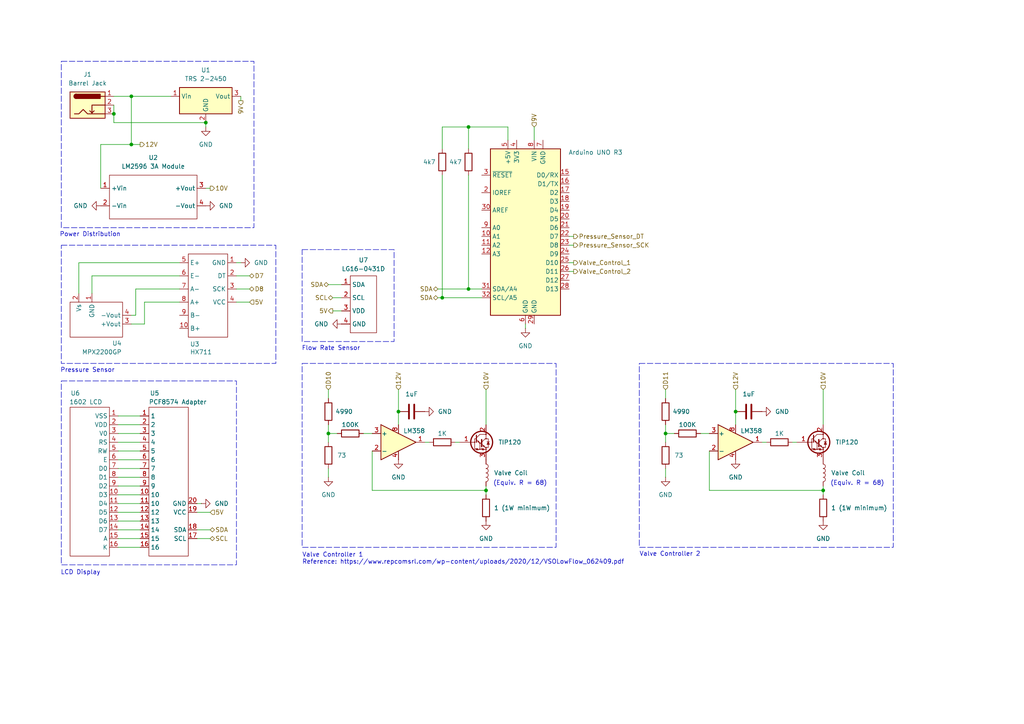
<source format=kicad_sch>
(kicad_sch (version 20250114) (generator "eeschema") (generator_version "9.0")
  (paper "A4")
  (title_block (title "Circuit Layout") (date "2025-12-29") (rev "1") (company "Microfluidic Pump"))
  (lib_symbols
    (symbol "Amplifier_Operational:LM358" (pin_names (offset 0.127))
      (property "Value" "LM358" (at 7.112 4.572 0))
      (symbol "LM358_1_1"
        (polyline (pts (xy -5.08 5.08) (xy 5.08 0) (xy -5.08 -5.08) (xy -5.08 5.08)) (stroke (width 0.254)) (fill (type background)))
        (pin input line (at -7.62 2.54 0) (length 2.54) (name "+") (number "3"))
        (pin input line (at -7.62 -2.54 0) (length 2.54) (name "-") (number "2"))
        (pin output line (at 0 5.08 270) (length 2.54) (name "") (number "8"))
        (pin output line (at 0 -5.08 90) (length 2.54) (name "") (number "4"))
        (pin output line (at 7.62 0 180) (length 2.54) (name "~") (number "1"))
      )
      (symbol "LM358_2_1"
        (polyline (pts (xy -5.08 5.08) (xy 5.08 0) (xy -5.08 -5.08) (xy -5.08 5.08)) (stroke (width 0.254)) (fill (type background)))
        (pin input line (at -7.62 2.54 0) (length 2.54) (name "+") (number "5"))
        (pin input line (at -7.62 -2.54 0) (length 2.54) (name "-") (number "6"))
        (pin output line (at 7.62 0 180) (length 2.54) (name "~") (number "7"))
      )
      (symbol "LM358_3_1"
        (pin power_in line (at -2.54 7.62 270) (length 3.81) (name "V+") (number "8"))
        (pin power_in line (at -2.54 -7.62 90) (length 3.81) (name "V-") (number "4"))
      )
    )
    (symbol "Analog_ADC:HX711_custom"
      (property "Reference" "U" (at 3.81 11.176 0))
      (symbol "HX711_custom_0_1"
        (rectangle (start -12.7 7.6199) (end 11.43 -3.8099))
      )
      (symbol "HX711_custom_1_1"
        (pin input line (at -10.16 10.16 270) (length 2.54) (name "GND") (number "1"))
        (pin input line (at -10.16 -6.35 90) (length 2.54) (name "E+") (number "5"))
        (pin bidirectional line (at -6.35 10.16 270) (length 2.54) (name "DT") (number "2"))
        (pin input line (at -6.35 -6.35 90) (length 2.54) (name "E-") (number "6"))
        (pin bidirectional line (at -2.54 10.16 270) (length 2.54) (name "SCK") (number "3"))
        (pin input line (at -2.54 -6.35 90) (length 2.54) (name "A-") (number "7"))
        (pin bidirectional line (at 1.27 10.16 270) (length 2.54) (name "VCC") (number "4"))
        (pin input line (at 1.27 -6.35 90) (length 2.54) (name "A+") (number "8"))
        (pin input line (at 5.08 -6.35 90) (length 2.54) (name "B-") (number "9"))
        (pin input line (at 8.89 -6.35 90) (length 2.54) (name "B+") (number "10"))
      )
    )
    (symbol "Connector:Barrel_Jack_Switch_Pin3Ring" (pin_names (hide yes))
      (property "Reference" "J" (at 0 5.334 0))
      (property "Value" "Barrel_Jack_Switch_Pin3Ring" (at 0 -5.08 0))
      (symbol "Barrel_Jack_Switch_Pin3Ring_0_1"
        (rectangle (start -5.08 3.81) (end 5.08 -3.81) (stroke (width 0.254)) (fill (type background)))
        (polyline (pts (xy -3.81 -2.54) (xy -2.54 -2.54) (xy -1.27 -1.27) (xy 0 -2.54) (xy 2.54 -2.54) (xy 5.08 -2.54)) (stroke (width 0.254)))
        (arc (start -3.302 1.905) (mid -3.9343 2.54) (end -3.302 3.175) (stroke (width 0.254)))
        (arc (start -3.302 1.905) (mid -3.9343 2.54) (end -3.302 3.175) (stroke (width 0.254)) (fill (type outline)))
        (polyline (pts (xy 1.27 -2.286) (xy 1.905 -1.651)) (stroke (width 0.254)))
        (rectangle (start 3.683 3.175) (end -3.302 1.905) (stroke (width 0.254)) (fill (type outline)))
        (polyline (pts (xy 5.08 2.54) (xy 3.81 2.54)) (stroke (width 0.254)))
        (polyline (pts (xy 5.08 0) (xy 1.27 0) (xy 1.27 -2.286) (xy 0.635 -1.651)) (stroke (width 0.254)))
      )
      (symbol "Barrel_Jack_Switch_Pin3Ring_1_1"
        (pin passive line (at 7.62 2.54 180) (length 2.54) (name "~") (number "1"))
        (pin passive line (at 7.62 0 180) (length 2.54) (name "~") (number "2"))
        (pin passive line (at 7.62 -2.54 180) (length 2.54) (name "~") (number "3"))
      )
    )
    (symbol "Converter_DCDC:LM2596_module"
      (property "Reference" "U" (at 1.524 3.81 0))
      (symbol "LM2596_module_0_1"
        (rectangle (start 0 0) (end 25.4 -12.7))
      )
      (symbol "LM2596_module_1_1"
        (pin input line (at -2.54 -3.81 0) (length 2.54) (name "+Vin") (number "1"))
        (pin input line (at -2.54 -8.89 0) (length 2.54) (name "-Vin") (number "2"))
        (pin output line (at 27.94 -3.81 180) (length 2.54) (name "+Vout") (number "3"))
        (pin output line (at 27.94 -8.89 180) (length 2.54) (name "-Vout") (number "4"))
      )
    )
    (symbol "Device:C" (pin_numbers (hide yes)) (pin_names (offset 0.254))
      (property "Reference" "C" (at 0.635 2.54 0))
      (property "Value" "C" (at 0.635 -2.54 0))
      (symbol "C_0_1"
        (polyline (pts (xy -2.032 0.762) (xy 2.032 0.762)) (stroke (width 0.508)))
        (polyline (pts (xy -2.032 -0.762) (xy 2.032 -0.762)) (stroke (width 0.508)))
      )
      (symbol "C_1_1"
        (pin passive line (at 0 3.81 270) (length 2.794) (name "~") (number "1"))
        (pin passive line (at 0 -3.81 90) (length 2.794) (name "~") (number "2"))
      )
    )
    (symbol "Device:L" (pin_numbers (hide yes)) (pin_names (offset 1.016) (hide yes))
      (property "Reference" "L" (at -1.27 0 90))
      (property "Value" "L" (at 1.905 0 90))
      (symbol "L_0_1"
        (arc (start 0 2.54) (mid 0.6323 1.905) (end 0 1.27))
        (arc (start 0 1.27) (mid 0.6323 0.635) (end 0 0))
        (arc (start 0 0) (mid 0.6323 -0.635) (end 0 -1.27))
        (arc (start 0 -1.27) (mid 0.6323 -1.905) (end 0 -2.54))
      )
      (symbol "L_1_1"
        (pin passive line (at 0 3.81 270) (length 1.27) (name "1") (number "1"))
        (pin passive line (at 0 -3.81 90) (length 1.27) (name "2") (number "2"))
      )
    )
    (symbol "Device:R" (pin_numbers (hide yes)) (pin_names (offset 0))
      (property "Reference" "R" (at 2.032 0 90))
      (property "Value" "R" (at 0 0 90))
      (symbol "R_0_1"
        (rectangle (start -1.016 -2.54) (end 1.016 2.54) (stroke (width 0.254)))
      )
      (symbol "R_1_1"
        (pin passive line (at 0 3.81 270) (length 1.27) (name "~") (number "1"))
        (pin passive line (at 0 -3.81 90) (length 1.27) (name "~") (number "2"))
      )
    )
    (symbol "Interface:1602_LCD_Custom"
      (property "Reference" "U4" (at 1.778 5.334 0))
      (property "Value" "~" (at 1.778 2.794 0))
      (symbol "1602_LCD_Custom_0_1"
        (rectangle (start 0 0) (end 11.43 -43.18))
      )
      (symbol "1602_LCD_Custom_1_1"
        (pin output line (at 13.97 -2.54 180) (length 2.54) (name "VSS") (number "1"))
        (pin output line (at 13.97 -5.08 180) (length 2.54) (name "VDD") (number "2"))
        (pin output line (at 13.97 -7.62 180) (length 2.54) (name "V0") (number "3"))
        (pin output line (at 13.97 -10.16 180) (length 2.54) (name "RS") (number "4"))
        (pin output line (at 13.97 -12.7 180) (length 2.54) (name "RW") (number "5"))
        (pin output line (at 13.97 -15.24 180) (length 2.54) (name "E") (number "6"))
        (pin output line (at 13.97 -17.78 180) (length 2.54) (name "D0") (number "7"))
        (pin output line (at 13.97 -20.32 180) (length 2.54) (name "D1") (number "8"))
        (pin output line (at 13.97 -22.86 180) (length 2.54) (name "D2") (number "9"))
        (pin output line (at 13.97 -25.4 180) (length 2.54) (name "D3") (number "10"))
        (pin output line (at 13.97 -27.94 180) (length 2.54) (name "D4") (number "11"))
        (pin output line (at 13.97 -30.48 180) (length 2.54) (name "D5") (number "12"))
        (pin output line (at 13.97 -33.02 180) (length 2.54) (name "D6") (number "13"))
        (pin output line (at 13.97 -35.56 180) (length 2.54) (name "D7") (number "14"))
        (pin output line (at 13.97 -38.1 180) (length 2.54) (name "A") (number "15"))
        (pin output line (at 13.97 -40.64 180) (length 2.54) (name "K") (number "16"))
      )
    )
    (symbol "Interface:PCF8574_Adapter"
      (property "Reference" "U3" (at 0.254 5.08 0))
      (property "Value" "PCF8574 Adapter" (at 0.508 2.794 0))
      (symbol "PCF8574_Adapter_0_1"
        (rectangle (start 0 0) (end 11.43 -43.18))
      )
      (symbol "PCF8574_Adapter_1_1"
        (pin bidirectional line (at -2.54 -5.08 0) (length 2.54) (name "SCL") (number "17"))
        (pin bidirectional line (at -2.54 -7.62 0) (length 2.54) (name "SDA") (number "18"))
        (pin bidirectional line (at -2.54 -12.7 0) (length 2.54) (name "VCC") (number "19"))
        (pin output line (at -2.54 -15.24 0) (length 2.54) (name "GND") (number "20"))
        (pin output line (at 13.97 -2.54 180) (length 2.54) (name "16") (number "16"))
        (pin output line (at 13.97 -5.08 180) (length 2.54) (name "15") (number "15"))
        (pin output line (at 13.97 -7.62 180) (length 2.54) (name "14") (number "14"))
        (pin output line (at 13.97 -10.16 180) (length 2.54) (name "13") (number "13"))
        (pin output line (at 13.97 -12.7 180) (length 2.54) (name "12") (number "12"))
        (pin output line (at 13.97 -15.24 180) (length 2.54) (name "10") (number "11"))
        (pin output line (at 13.97 -17.78 180) (length 2.54) (name "10") (number "10"))
        (pin output line (at 13.97 -20.32 180) (length 2.54) (name "9") (number "9"))
        (pin output line (at 13.97 -22.86 180) (length 2.54) (name "8") (number "8"))
        (pin output line (at 13.97 -25.4 180) (length 2.54) (name "7") (number "7"))
        (pin output line (at 13.97 -27.94 180) (length 2.54) (name "6") (number "6"))
        (pin output line (at 13.97 -30.48 180) (length 2.54) (name "5") (number "5"))
        (pin output line (at 13.97 -33.02 180) (length 2.54) (name "4") (number "4"))
        (pin output line (at 13.97 -35.56 180) (length 2.54) (name "3") (number "3"))
        (pin output line (at 13.97 -38.1 180) (length 2.54) (name "2") (number "2"))
        (pin output line (at 13.97 -40.64 180) (length 2.54) (name "1") (number "1"))
      )
    )
    (symbol "MCU_Module:Arduino_UNO_R3"
      (property "Reference" "A" (at -10.16 23.495 0))
      (property "Value" "Arduino_UNO_R3" (at 5.08 -26.67 0))
      (symbol "Arduino_UNO_R3_0_1"
        (rectangle (start -10.16 22.86) (end 10.16 -25.4) (stroke (width 0.254)) (fill (type background)))
      )
      (symbol "Arduino_UNO_R3_1_1"
        (pin bidirectional line (at -12.7 15.24 0) (length 2.54) (name "D0/RX") (number "15"))
        (pin bidirectional line (at -12.7 12.7 0) (length 2.54) (name "D1/TX") (number "16"))
        (pin bidirectional line (at -12.7 10.16 0) (length 2.54) (name "D2") (number "17"))
        (pin bidirectional line (at -12.7 7.62 0) (length 2.54) (name "D3") (number "18"))
        (pin bidirectional line (at -12.7 5.08 0) (length 2.54) (name "D4") (number "19"))
        (pin bidirectional line (at -12.7 2.54 0) (length 2.54) (name "D5") (number "20"))
        (pin bidirectional line (at -12.7 0 0) (length 2.54) (name "D6") (number "21"))
        (pin bidirectional line (at -12.7 -2.54 0) (length 2.54) (name "D7") (number "22"))
        (pin bidirectional line (at -12.7 -5.08 0) (length 2.54) (name "D8") (number "23"))
        (pin bidirectional line (at -12.7 -7.62 0) (length 2.54) (name "D9") (number "24"))
        (pin bidirectional line (at -12.7 -10.16 0) (length 2.54) (name "D10") (number "25"))
        (pin bidirectional line (at -12.7 -12.7 0) (length 2.54) (name "D11") (number "26"))
        (pin bidirectional line (at -12.7 -15.24 0) (length 2.54) (name "D12") (number "27"))
        (pin bidirectional line (at -12.7 -17.78 0) (length 2.54) (name "D13") (number "28"))
        (pin no_connect line (at -10.16 -20.32 0) (length 2.54) (hide yes) (name "NC") (number "1"))
        (pin power_in line (at -5.08 25.4 270) (length 2.54) (name "GND") (number "7"))
        (pin power_in line (at -2.54 25.4 270) (length 2.54) (name "VIN") (number "8"))
        (pin power_in line (at -2.54 -27.94 90) (length 2.54) (name "GND") (number "29"))
        (pin power_in line (at 0 -27.94 90) (length 2.54) (name "GND") (number "6"))
        (pin power_out line (at 2.54 25.4 270) (length 2.54) (name "3V3") (number "4"))
        (pin power_out line (at 5.08 25.4 270) (length 2.54) (name "+5V") (number "5"))
        (pin input line (at 12.7 15.24 180) (length 2.54) (name "~{RESET}") (number "3"))
        (pin output line (at 12.7 10.16 180) (length 2.54) (name "IOREF") (number "2"))
        (pin input line (at 12.7 5.08 180) (length 2.54) (name "AREF") (number "30"))
        (pin bidirectional line (at 12.7 0 180) (length 2.54) (name "A0") (number "9"))
        (pin bidirectional line (at 12.7 -2.54 180) (length 2.54) (name "A1") (number "10"))
        (pin bidirectional line (at 12.7 -5.08 180) (length 2.54) (name "A2") (number "11"))
        (pin bidirectional line (at 12.7 -7.62 180) (length 2.54) (name "A3") (number "12"))
        (pin bidirectional line (at 12.7 -10.16 180) (length 2.54) (hide yes) (name "SDA/A4") (number "13"))
        (pin bidirectional line (at 12.7 -12.7 180) (length 2.54) (hide yes) (name "SCL/A5") (number "14"))
        (pin bidirectional line (at 12.7 -17.78 180) (length 2.54) (name "SDA/A4") (number "31"))
        (pin bidirectional line (at 12.7 -20.32 180) (length 2.54) (name "SCL/A5") (number "32"))
      )
    )
    (symbol "NXP2200GP_1"
      (property "Reference" "U5" (at 9.906 -6.858 0))
      (property "Value" "MPX2200GP" (at 9.906 -9.398 0))
      (symbol "NXP2200GP_1_0_1"
        (rectangle (start -5.08 5.08) (end 10.16 -5.08))
      )
      (symbol "NXP2200GP_1_1_1"
        (pin input line (at -2.54 7.62 270) (length 2.54) (name "Vs") (number "2"))
        (pin input line (at 1.27 7.62 270) (length 2.54) (name "GND") (number "1"))
        (pin output line (at 12.7 1.27 180) (length 2.54) (name "-Vout") (number "4"))
        (pin output line (at 12.7 -1.27 180) (length 2.54) (name "+Vout") (number "3"))
      )
    )
    (symbol "Regulator_Switching:TSR2-2450"
      (property "Reference" "U" (at -7.62 6.35 0))
      (property "Value" "TSR2-2450" (at 2.032 6.35 0))
      (symbol "TSR2-2450_0_1"
        (rectangle (start -7.62 5.08) (end 7.62 -2.54) (stroke (width 0.254)) (fill (type background)))
      )
      (symbol "TSR2-2450_1_1"
        (pin power_in line (at -10.16 2.54 0) (length 2.54) (name "Vin") (number "1"))
        (pin power_in line (at 0 -5.08 90) (length 2.54) (name "GND") (number "2"))
        (pin power_out line (at 10.16 2.54 180) (length 2.54) (name "Vout") (number "3"))
      )
    )
    (symbol "Sensor:LG16-0431D"
      (property "Reference" "U" (at 1.27 2.54 0))
      (symbol "LG16-0431D_0_1"
        (rectangle (start 0 0) (end 7.62 -16.51))
      )
      (symbol "LG16-0431D_1_1"
        (pin bidirectional line (at 10.16 -2.54 180) (length 2.54) (name "SDA") (number "1"))
        (pin bidirectional line (at 10.16 -6.35 180) (length 2.54) (name "SCL") (number "2"))
        (pin input line (at 10.16 -10.16 180) (length 2.54) (name "VDD") (number "3"))
        (pin input line (at 10.16 -13.97 180) (length 2.54) (name "GND") (number "4"))
      )
    )
    (symbol "Transistor_BJT:TIP120" (pin_names (offset 0) (hide yes))
      (property "Reference" "Q" (at 5.08 1.905 0))
      (property "Value" "TIP120" (at 5.08 0 0))
      (symbol "TIP120_0_1"
        (polyline (pts (xy -1.27 0) (xy -0.889 0)))
        (circle (center -0.762 0) (radius 0.127))
        (polyline (pts (xy -0.254 2.032) (xy -0.254 0) (xy -0.254 0)) (stroke (width 0.3048)))
        (polyline (pts (xy -0.254 1.27) (xy 0.762 2.286) (xy 2.54 2.286)))
        (polyline (pts (xy -0.254 1.016) (xy -0.762 1.016) (xy -0.762 -2.032)))
        (polyline (pts (xy -0.254 0.762) (xy 0.762 -0.254) (xy 1.27 -0.254)))
        (polyline (pts (xy 0.635 -0.127) (xy 0.381 0.381) (xy 0.127 0.127) (xy 0.635 -0.127)))
        (polyline (pts (xy 0.762 -0.254) (xy 0.762 -2.032) (xy 1.143 -2.032) (xy 1.27 -1.778) (xy 1.397 -2.286) (xy 1.524 -1.778) (xy 1.651 -2.286) (xy 1.778 -1.778) (xy 1.905 -2.286) (xy 2.032 -2.032) (xy 2.54 -2.032)))
        (circle (center 0.762 -0.254) (radius 0.127))
        (polyline (pts (xy 0.762 -2.032) (xy 0.381 -2.032) (xy 0.254 -2.286) (xy 0.127 -1.778) (xy 0 -2.286) (xy -0.127 -1.778) (xy -0.254 -2.286) (xy -0.381 -1.778) (xy -0.508 -2.032) (xy -0.762 -2.032)))
        (circle (center 0.762 -2.032) (radius 0.127))
        (polyline (pts (xy 1.27 0.762) (xy 1.27 -1.27) (xy 1.27 -1.27)) (stroke (width 0.381)))
        (polyline (pts (xy 1.27 0) (xy 2.286 1.016) (xy 2.54 1.016) (xy 2.54 2.286)))
        (circle (center 1.27 0) (radius 3.175) (stroke (width 0.3556)))
        (polyline (pts (xy 1.27 -0.508) (xy 2.286 -1.524) (xy 2.54 -1.524) (xy 2.54 -2.032)))
        (polyline (pts (xy 2.159 -1.397) (xy 1.905 -0.889) (xy 1.651 -1.143) (xy 2.159 -1.397)))
        (circle (center 2.54 2.286) (radius 0.127))
        (circle (center 2.54 1.016) (radius 0.127))
        (polyline (pts (xy 2.54 -1.524) (xy 3.175 -1.524)))
        (circle (center 2.54 -1.524) (radius 0.127))
        (polyline (pts (xy 2.54 -2.032) (xy 2.54 -2.54)))
        (circle (center 2.54 -2.032) (radius 0.127))
        (polyline (pts (xy 2.794 0.127) (xy 3.556 0.127)))
        (polyline (pts (xy 3.175 1.016) (xy 2.54 1.016)))
        (polyline (pts (xy 3.175 1.016) (xy 3.175 0.127)))
        (polyline (pts (xy 3.175 0.127) (xy 2.794 -0.635) (xy 3.556 -0.635) (xy 3.175 0.127)) (fill (type outline)))
        (polyline (pts (xy 3.175 -0.635) (xy 3.175 -1.524)))
      )
      (symbol "TIP120_1_1"
        (pin input line (at -5.08 0 0) (length 3.81) (name "B") (number "1"))
        (pin passive line (at 2.54 5.08 270) (length 2.667) (name "C") (number "2"))
        (pin passive line (at 2.54 -5.08 90) (length 2.54) (name "E") (number "3"))
      )
    )
    (symbol "power:GND" (power) (pin_numbers (hide yes)) (pin_names (offset 0) (hide yes))
      (property "Value" "GND" (at 0 -3.81 0))
      (symbol "GND_0_1"
        (polyline (pts (xy 0 0) (xy 0 -1.27) (xy 1.27 -1.27) (xy 0 -2.54) (xy -1.27 -1.27) (xy 0 -1.27)))
      )
      (symbol "GND_1_1"
        (pin power_in line (at 0 0 270) (length 0) (name "~") (number "1"))
      )
    )
  )
  (rectangle (start 17.78 110.49) (end 68.58 163.83) (stroke (width 0) (type dash)))
  (rectangle (start 17.78 71.12) (end 80.01 105.41) (stroke (width 0) (type dash)))
  (rectangle (start 185.42 105.41) (end 259.08 158.75) (stroke (width 0) (type dash)))
  (rectangle (start 17.78 17.78) (end 73.66 66.04) (stroke (width 0) (type dash)))
  (rectangle (start 87.63 105.41) (end 161.29 158.75) (stroke (width 0) (type dash)))
  (rectangle (start 87.63 72.39) (end 114.3 99.06) (stroke (width 0) (type dash)))
  (text "Valve Controller 1\nReference: https://www.repcomsrl.com/wp-content/uploads/2020/12/VSOLowFlow_062409.pdf" (at 87.63 162.052 0) (effects (font (size 1.27 1.27)) (justify left)))
  (text "Valve Controller 2" (at 194.31 160.782 0) (effects (font (size 1.27 1.27))))
  (text "Flow Rate Sensor" (at 96.012 101.092 0) (effects (font (size 1.27 1.27))))
  (text "Power Distribution" (at 26.162 68.072 0) (effects (font (size 1.27 1.27))))
  (text "LCD Display" (at 23.368 166.116 0) (effects (font (size 1.27 1.27))))
  (text "(Equiv. R = 68)" (at 150.876 140.208 0) (effects (font (size 1.27 1.27))))
  (text "Pressure Sensor" (at 25.4 107.442 0) (effects (font (size 1.27 1.27))))
  (text "(Equiv. R = 68)" (at 248.666 140.208 0) (effects (font (size 1.27 1.27))))
  (junction (at 38.1 27.94))
  (junction (at 33.02 33.02))
  (junction (at 193.04 125.73))
  (junction (at 95.25 125.73))
  (junction (at 38.1 41.91))
  (junction (at 115.57 119.38))
  (junction (at 135.89 36.83))
  (junction (at 238.76 142.24))
  (junction (at 213.36 119.38))
  (junction (at 135.89 83.82))
  (junction (at 128.27 86.36))
  (junction (at 140.97 142.24))
  (junction (at 59.69 35.56))
  (wire (pts (xy 128.27 36.83) (xy 135.89 36.83)))
  (wire (pts (xy 29.21 41.91) (xy 29.21 54.61)))
  (wire (pts (xy 95.25 135.89) (xy 95.25 138.43)))
  (wire (pts (xy 95.25 82.55) (xy 99.06 82.55)))
  (wire (pts (xy 135.89 36.83) (xy 135.89 43.18)))
  (wire (pts (xy 26.67 80.01) (xy 26.67 85.09)))
  (wire (pts (xy 203.2 125.73) (xy 205.74 125.73)))
  (wire (pts (xy 39.37 83.82) (xy 52.07 83.82)))
  (wire (pts (xy 34.29 158.75) (xy 40.64 158.75)))
  (wire (pts (xy 96.52 86.36) (xy 99.06 86.36)))
  (wire (pts (xy 107.95 130.81) (xy 107.95 142.24)))
  (wire (pts (xy 34.29 133.35) (xy 40.64 133.35)))
  (wire (pts (xy 97.79 125.73) (xy 95.25 125.73)))
  (wire (pts (xy 59.69 36.83) (xy 59.69 35.56)))
  (wire (pts (xy 195.58 125.73) (xy 193.04 125.73)))
  (wire (pts (xy 39.37 91.44) (xy 38.1 91.44)))
  (wire (pts (xy 34.29 128.27) (xy 40.64 128.27)))
  (wire (pts (xy 34.29 123.19) (xy 40.64 123.19)))
  (wire (pts (xy 193.04 113.03) (xy 193.04 115.57)))
  (wire (pts (xy 59.69 54.61) (xy 60.96 54.61)))
  (wire (pts (xy 140.97 143.51) (xy 140.97 142.24)))
  (wire (pts (xy 38.1 27.94) (xy 38.1 41.91)))
  (wire (pts (xy 33.02 33.02) (xy 33.02 35.56)))
  (wire (pts (xy 205.74 130.81) (xy 205.74 142.24)))
  (wire (pts (xy 124.46 128.27) (xy 123.19 128.27)))
  (wire (pts (xy 135.89 83.82) (xy 139.7 83.82)))
  (wire (pts (xy 152.4 95.25) (xy 152.4 93.98)))
  (wire (pts (xy 68.58 76.2) (xy 69.85 76.2)))
  (wire (pts (xy 34.29 125.73) (xy 40.64 125.73)))
  (wire (pts (xy 34.29 138.43) (xy 40.64 138.43)))
  (wire (pts (xy 34.29 130.81) (xy 40.64 130.81)))
  (wire (pts (xy 205.74 142.24) (xy 238.76 142.24)))
  (wire (pts (xy 107.95 142.24) (xy 140.97 142.24)))
  (wire (pts (xy 193.04 123.19) (xy 193.04 125.73)))
  (wire (pts (xy 34.29 146.05) (xy 40.64 146.05)))
  (wire (pts (xy 140.97 142.24) (xy 140.97 140.97)))
  (wire (pts (xy 57.15 146.05) (xy 58.42 146.05)))
  (wire (pts (xy 128.27 43.18) (xy 128.27 36.83)))
  (wire (pts (xy 95.25 113.03) (xy 95.25 115.57)))
  (wire (pts (xy 105.41 125.73) (xy 107.95 125.73)))
  (wire (pts (xy 154.94 36.83) (xy 154.94 40.64)))
  (wire (pts (xy 34.29 153.67) (xy 40.64 153.67)))
  (wire (pts (xy 139.7 86.36) (xy 128.27 86.36)))
  (wire (pts (xy 193.04 125.73) (xy 193.04 128.27)))
  (wire (pts (xy 57.15 153.67) (xy 60.96 153.67)))
  (wire (pts (xy 95.25 125.73) (xy 95.25 128.27)))
  (wire (pts (xy 115.57 119.38) (xy 115.57 113.03)))
  (wire (pts (xy 213.36 123.19) (xy 213.36 119.38)))
  (wire (pts (xy 231.14 128.27) (xy 229.87 128.27)))
  (wire (pts (xy 165.1 71.12) (xy 166.37 71.12)))
  (wire (pts (xy 193.04 135.89) (xy 193.04 138.43)))
  (wire (pts (xy 22.86 76.2) (xy 22.86 85.09)))
  (wire (pts (xy 34.29 151.13) (xy 40.64 151.13)))
  (wire (pts (xy 213.36 119.38) (xy 213.36 113.03)))
  (wire (pts (xy 127 86.36) (xy 128.27 86.36)))
  (wire (pts (xy 95.25 123.19) (xy 95.25 125.73)))
  (wire (pts (xy 115.57 123.19) (xy 115.57 119.38)))
  (wire (pts (xy 34.29 135.89) (xy 40.64 135.89)))
  (wire (pts (xy 72.39 83.82) (xy 68.58 83.82)))
  (wire (pts (xy 41.91 87.63) (xy 52.07 87.63)))
  (wire (pts (xy 140.97 123.19) (xy 140.97 113.03)))
  (wire (pts (xy 33.02 35.56) (xy 59.69 35.56)))
  (wire (pts (xy 166.37 78.74) (xy 165.1 78.74)))
  (wire (pts (xy 68.58 87.63) (xy 72.39 87.63)))
  (wire (pts (xy 60.96 156.21) (xy 57.15 156.21)))
  (wire (pts (xy 38.1 93.98) (xy 41.91 93.98)))
  (wire (pts (xy 38.1 41.91) (xy 29.21 41.91)))
  (wire (pts (xy 127 83.82) (xy 135.89 83.82)))
  (wire (pts (xy 165.1 68.58) (xy 166.37 68.58)))
  (wire (pts (xy 34.29 143.51) (xy 40.64 143.51)))
  (wire (pts (xy 34.29 120.65) (xy 40.64 120.65)))
  (wire (pts (xy 52.07 76.2) (xy 22.86 76.2)))
  (wire (pts (xy 147.32 40.64) (xy 147.32 36.83)))
  (wire (pts (xy 41.91 93.98) (xy 41.91 87.63)))
  (wire (pts (xy 135.89 50.8) (xy 135.89 83.82)))
  (wire (pts (xy 72.39 80.01) (xy 68.58 80.01)))
  (wire (pts (xy 52.07 80.01) (xy 26.67 80.01)))
  (wire (pts (xy 96.52 90.17) (xy 99.06 90.17)))
  (wire (pts (xy 128.27 50.8) (xy 128.27 86.36)))
  (wire (pts (xy 40.64 41.91) (xy 38.1 41.91)))
  (wire (pts (xy 69.85 29.21) (xy 69.85 27.94)))
  (wire (pts (xy 33.02 27.94) (xy 38.1 27.94)))
  (wire (pts (xy 133.35 128.27) (xy 132.08 128.27)))
  (wire (pts (xy 166.37 76.2) (xy 165.1 76.2)))
  (wire (pts (xy 34.29 156.21) (xy 40.64 156.21)))
  (wire (pts (xy 222.25 128.27) (xy 220.98 128.27)))
  (wire (pts (xy 57.15 148.59) (xy 60.96 148.59)))
  (wire (pts (xy 238.76 142.24) (xy 238.76 140.97)))
  (wire (pts (xy 34.29 148.59) (xy 40.64 148.59)))
  (wire (pts (xy 135.89 36.83) (xy 147.32 36.83)))
  (wire (pts (xy 39.37 91.44) (xy 39.37 83.82)))
  (wire (pts (xy 33.02 30.48) (xy 33.02 33.02)))
  (wire (pts (xy 238.76 143.51) (xy 238.76 142.24)))
  (wire (pts (xy 34.29 140.97) (xy 40.64 140.97)))
  (wire (pts (xy 238.76 123.19) (xy 238.76 113.03)))
  (wire (pts (xy 38.1 27.94) (xy 49.53 27.94)))
  (hierarchical_label "9V" (shape input) (at 154.94 36.83 90))
  (hierarchical_label "10V" (shape output) (at 60.96 54.61 0))
  (hierarchical_label "10V" (shape input) (at 238.76 113.03 90))
  (hierarchical_label "5V" (shape input) (at 72.39 87.63 0))
  (hierarchical_label "SCL" (shape bidirectional) (at 60.96 156.21 0))
  (hierarchical_label "5V" (shape output) (at 96.52 90.17 180))
  (hierarchical_label "9V" (shape output) (at 69.85 29.21 270))
  (hierarchical_label "SDA" (shape bidirectional) (at 95.25 82.55 180))
  (hierarchical_label "D11" (shape input) (at 193.04 113.03 90))
  (hierarchical_label "D10" (shape input) (at 95.25 113.03 90))
  (hierarchical_label "D8" (shape bidirectional) (at 72.39 83.82 0))
  (hierarchical_label "12V" (shape input) (at 115.57 113.03 90))
  (hierarchical_label "12V" (shape output) (at 40.64 41.91 0))
  (hierarchical_label "Pressure_Sensor_DT" (shape output) (at 166.37 68.58 0))
  (hierarchical_label "SDA" (shape bidirectional) (at 127 83.82 180))
  (hierarchical_label "D7" (shape bidirectional) (at 72.39 80.01 0))
  (hierarchical_label "SDA" (shape bidirectional) (at 60.96 153.67 0))
  (hierarchical_label "5V" (shape input) (at 60.96 148.59 0))
  (hierarchical_label "Valve_Control_1" (shape output) (at 166.37 76.2 0))
  (hierarchical_label "12V" (shape input) (at 213.36 113.03 90))
  (hierarchical_label "Pressure_Sensor_SCK" (shape output) (at 166.37 71.12 0))
  (hierarchical_label "SCL" (shape bidirectional) (at 96.52 86.36 180))
  (hierarchical_label "Valve_Control_2" (shape output) (at 166.37 78.74 0))
  (hierarchical_label "10V" (shape input) (at 140.97 113.03 90))
  (hierarchical_label "SDA" (shape bidirectional) (at 127 86.36 180))
  (symbol (lib_id "Device:L") (at 238.76 137.16 0) (unit 1)
    (property "Reference" "L2" (effects (hide yes)))
    (property "Value" "Valve Coil" (at 241.046 137.16 0) (effects (justify left)))
    (property "Description" "Inductor" (effects (hide yes)))
  )
  (symbol (lib_id "power:GND") (at 123.19 119.38 90) (unit 1)
    (property "Reference" "#PWR01" (effects (hide yes)))
    (property "Value" "GND" (at 127 119.3799 90) (effects (justify right)))
    (property "Description" "Power symbol creates a global label with name \"GND\" , ground" (effects (hide yes)))
  )
  (symbol (lib_id "power:GND") (at 238.76 151.13 0) (unit 1)
    (property "Reference" "#PWR014" (effects (hide yes)))
    (property "Value" "GND" (at 238.76 156.21 0))
    (property "Description" "Power symbol creates a global label with name \"GND\" , ground" (effects (hide yes)))
  )
  (symbol (lib_id "Amplifier_Operational:LM358") (at 115.57 128.27 0) (unit 1)
    (property "Reference" "U1" (effects (hide yes)))
    (property "Value" "LM358" (at 120.142 124.968 0))
    (property "Datasheet" "http://www.ti.com/lit/ds/symlink/lm2904-n.pdf" (effects (hide yes)))
    (property "Description" "Low-Power, Dual Operational Amplifiers, DIP-8/SOIC-8/TO-99-8" (effects (hide yes)))
  )
  (symbol (lib_id "Device:C") (at 119.38 119.38 90) (unit 1)
    (property "Reference" "C1" (effects (hide yes)))
    (property "Value" "1uF" (at 119.38 114.3 90))
    (property "Description" "Unpolarized capacitor" (effects (hide yes)))
  )
  (symbol (lib_id "Device:R") (at 135.89 46.99 0) (unit 1)
    (property "Reference" "R?" (effects (hide yes)))
    (property "Value" "4k7" (at 130.302 46.99 0) (effects (justify left)))
    (property "Description" "Resistor" (effects (hide yes)))
  )
  (symbol (lib_id "Interface:PCF8574_Adapter") (at 54.61 161.29 180) (unit 1)
    (property "Reference" "U5" (at 46.228 114.046 0) (effects (justify left)))
    (property "Value" "PCF8574 Adapter" (at 51.562 116.586 0))
  )
  (symbol (lib_id "Device:L") (at 140.97 137.16 0) (unit 1)
    (property "Reference" "L1" (effects (hide yes)))
    (property "Value" "Valve Coil" (at 143.256 137.16 0) (effects (justify left)))
    (property "Description" "Inductor" (effects (hide yes)))
  )
  (symbol (lib_id "power:GND") (at 95.25 138.43 0) (unit 1)
    (property "Reference" "#PWR03" (effects (hide yes)))
    (property "Value" "GND" (at 95.25 143.51 0))
    (property "Description" "Power symbol creates a global label with name \"GND\" , ground" (effects (hide yes)))
  )
  (symbol (lib_id "power:GND") (at 152.4 95.25 0) (unit 1)
    (property "Reference" "#PWR09" (effects (hide yes)))
    (property "Value" "GND" (at 152.4 100.33 0))
    (property "Description" "Power symbol creates a global label with name \"GND\" , ground" (effects (hide yes)))
  )
  (symbol (lib_id "Device:R") (at 199.39 125.73 90) (unit 1)
    (property "Reference" "R7" (effects (hide yes)))
    (property "Value" "100K" (at 199.39 123.19 90))
    (property "Description" "Resistor" (effects (hide yes)))
  )
  (symbol (lib_id "power:GND") (at 69.85 76.2 90) (unit 1)
    (property "Reference" "#PWR05" (effects (hide yes)))
    (property "Value" "GND" (at 73.66 76.1999 90) (effects (justify right)))
    (property "Description" "Power symbol creates a global label with name \"GND\" , ground" (effects (hide yes)))
  )
  (symbol (lib_id "Transistor_BJT:TIP120") (at 236.22 128.27 0) (unit 1)
    (property "Reference" "Q2" (effects (hide yes)))
    (property "Value" "TIP120" (at 242.316 128.27 0) (effects (justify left)))
    (property "Footprint" "Package_TO_SOT_THT:TO-220-3_Vertical" (effects (hide yes)))
    (property "Datasheet" "https://www.onsemi.com/pub/Collateral/TIP120-D.PDF" (effects (hide yes)))
    (property "Description" "5A Ic, 60V Vce, Silicon Darlington Power NPN Transistor, TO-220" (effects (hide yes)))
  )
  (symbol (lib_id "Amplifier_Operational:LM358") (at 213.36 128.27 0) (unit 1)
    (property "Reference" "U7" (effects (hide yes)))
    (property "Value" "LM358" (at 217.932 124.968 0))
    (property "Datasheet" "http://www.ti.com/lit/ds/symlink/lm2904-n.pdf" (effects (hide yes)))
    (property "Description" "Low-Power, Dual Operational Amplifiers, DIP-8/SOIC-8/TO-99-8" (effects (hide yes)))
  )
  (symbol (lib_id "power:GND") (at 193.04 138.43 0) (unit 1)
    (property "Reference" "#PWR011" (effects (hide yes)))
    (property "Value" "GND" (at 193.04 143.51 0))
    (property "Description" "Power symbol creates a global label with name \"GND\" , ground" (effects (hide yes)))
  )
  (symbol (lib_name "NXP2200GP_1") (lib_id "Sensor_Pressure:NXP2200GP") (at 25.4 92.71 0) (unit 1)
    (property "Reference" "U4" (at 35.306 99.568 0) (effects (justify right)))
    (property "Value" "MPX2200GP" (at 35.306 102.108 0) (effects (justify right)))
  )
  (symbol (lib_id "Device:C") (at 217.17 119.38 90) (unit 1)
    (property "Reference" "C2" (effects (hide yes)))
    (property "Value" "1uF" (at 217.17 114.3 90))
    (property "Description" "Unpolarized capacitor" (effects (hide yes)))
  )
  (symbol (lib_id "power:GND") (at 59.69 59.69 90) (unit 1)
    (property "Reference" "#PWR018" (effects (hide yes)))
    (property "Value" "GND" (at 63.5 59.6899 90) (effects (justify right)))
    (property "Description" "Power symbol creates a global label with name \"GND\" , ground" (effects (hide yes)))
  )
  (symbol (lib_id "Device:R") (at 101.6 125.73 90) (unit 1)
    (property "Reference" "R3" (effects (hide yes)))
    (property "Value" "100K" (at 101.6 123.19 90))
    (property "Description" "Resistor" (effects (hide yes)))
  )
  (symbol (lib_id "power:GND") (at 140.97 151.13 0) (unit 1)
    (property "Reference" "#PWR02" (effects (hide yes)))
    (property "Value" "GND" (at 140.97 156.21 0))
    (property "Description" "Power symbol creates a global label with name \"GND\" , ground" (effects (hide yes)))
  )
  (symbol (lib_id "Device:R") (at 128.27 128.27 90) (unit 1)
    (property "Reference" "R3" (effects (hide yes)))
    (property "Value" "1K" (at 128.27 125.73 90))
    (property "Description" "Resistor" (effects (hide yes)))
  )
  (symbol (lib_id "Device:R") (at 193.04 132.08 0) (unit 1)
    (property "Reference" "R6" (effects (hide yes)))
    (property "Value" "73" (at 195.58 132.0799 0) (effects (justify left)))
    (property "Description" "Resistor" (effects (hide yes)))
  )
  (symbol (lib_id "Device:R") (at 238.76 147.32 0) (unit 1)
    (property "Reference" "R9" (effects (hide yes)))
    (property "Value" "1 (1W minimum)" (at 241.046 147.32 0) (effects (justify left)))
    (property "Description" "Resistor" (effects (hide yes)))
  )
  (symbol (lib_id "Device:R") (at 95.25 119.38 0) (unit 1)
    (property "Reference" "R1" (effects (hide yes)))
    (property "Value" "4990" (at 97.282 119.38 0) (effects (justify left)))
    (property "Description" "Resistor" (effects (hide yes)))
  )
  (symbol (lib_id "power:GND") (at 115.57 133.35 0) (unit 1)
    (property "Reference" "#PWR04" (effects (hide yes)))
    (property "Value" "GND" (at 115.57 138.43 0))
    (property "Description" "Power symbol creates a global label with name \"GND\" , ground" (effects (hide yes)))
  )
  (symbol (lib_id "MCU_Module:Arduino_UNO_R3") (at 152.4 66.04 0) (mirror y) (unit 1)
    (property "Reference" "A1" (effects (hide yes)))
    (property "Value" "Arduino UNO R3" (at 180.594 44.196 0) (effects (justify left)))
    (property "Footprint" "Module:Arduino_UNO_R3" (effects (hide yes)))
    (property "Datasheet" "https://www.arduino.cc/en/Main/arduinoBoardUno" (effects (hide yes)))
    (property "Description" "Arduino UNO Microcontroller Module, release 3" (effects (hide yes)))
  )
  (symbol (lib_id "Regulator_Switching:TSR2-2450") (at 59.69 30.48 0) (unit 1)
    (property "Reference" "U1" (at 59.69 20.32 0))
    (property "Value" "TRS 2-2450" (at 59.69 22.86 0))
    (property "Footprint" "Converter_DCDC:Converter_DCDC_TRACO_TSR2-xxxx_THT" (effects (hide yes)))
    (property "Datasheet" "https://www.tracopower.com/products/tsr2.pdf" (effects (hide yes)))
    (property "Description" "2A step-down regulator, fixed 5V output voltage, 6.5-36V input voltage, TO-220 compatible LM78xx replacement, SIP-3" (effects (hide yes)))
  )
  (symbol (lib_id "power:GND") (at 220.98 119.38 90) (unit 1)
    (property "Reference" "#PWR013" (effects (hide yes)))
    (property "Value" "GND" (at 224.79 119.3799 90) (effects (justify right)))
    (property "Description" "Power symbol creates a global label with name \"GND\" , ground" (effects (hide yes)))
  )
  (symbol (lib_id "Connector:Barrel_Jack_Switch_Pin3Ring") (at 25.4 30.48 0) (unit 1)
    (property "Reference" "J1" (at 25.4 21.59 0))
    (property "Value" "Barrel Jack" (at 25.4 24.13 0))
    (property "Description" "DC Barrel Jack with an internal switch" (effects (hide yes)))
  )
  (symbol (lib_id "Interface:1602_LCD_Custom") (at 20.32 118.11 0) (unit 1)
    (property "Reference" "U6" (at 21.844 114.046 0))
    (property "Value" "1602 LCD" (at 24.892 116.586 0))
  )
  (symbol (lib_id "Device:R") (at 193.04 119.38 0) (unit 1)
    (property "Reference" "R5" (effects (hide yes)))
    (property "Value" "4990" (at 195.072 119.38 0) (effects (justify left)))
    (property "Description" "Resistor" (effects (hide yes)))
  )
  (symbol (lib_id "power:GND") (at 58.42 146.05 90) (unit 1)
    (property "Reference" "#PWR06" (effects (hide yes)))
    (property "Value" "GND" (at 62.23 146.0499 90) (effects (justify right)))
    (property "Description" "Power symbol creates a global label with name \"GND\" , ground" (effects (hide yes)))
  )
  (symbol (lib_id "power:GND") (at 213.36 133.35 0) (unit 1)
    (property "Reference" "#PWR012" (effects (hide yes)))
    (property "Value" "GND" (at 213.36 138.43 0))
    (property "Description" "Power symbol creates a global label with name \"GND\" , ground" (effects (hide yes)))
  )
  (symbol (lib_id "Device:R") (at 226.06 128.27 90) (unit 1)
    (property "Reference" "R8" (effects (hide yes)))
    (property "Value" "1K" (at 226.06 125.73 90))
    (property "Description" "Resistor" (effects (hide yes)))
  )
  (symbol (lib_id "Analog_ADC:HX711_custom") (at 58.42 86.36 270) (unit 1)
    (property "Reference" "U3" (at 55.118 99.822 90) (effects (justify left)))
    (property "Value" "HX711" (at 55.118 102.108 90) (effects (justify left)))
  )
  (symbol (lib_id "Device:R") (at 95.25 132.08 0) (unit 1)
    (property "Reference" "R2" (effects (hide yes)))
    (property "Value" "73" (at 97.79 132.0799 0) (effects (justify left)))
    (property "Description" "Resistor" (effects (hide yes)))
  )
  (symbol (lib_id "Device:R") (at 128.27 46.99 0) (unit 1)
    (property "Reference" "R?" (effects (hide yes)))
    (property "Value" "4k7" (at 122.682 46.99 0) (effects (justify left)))
    (property "Description" "Resistor" (effects (hide yes)))
  )
  (symbol (lib_id "Sensor:LG16-0431D") (at 109.22 80.01 0) (mirror y) (unit 1)
    (property "Reference" "U7" (at 105.41 75.438 0))
    (property "Value" "LG16-0431D" (at 105.41 77.978 0))
  )
  (symbol (lib_id "power:GND") (at 29.21 59.69 270) (unit 1)
    (property "Reference" "#PWR017" (effects (hide yes)))
    (property "Value" "GND" (at 25.4 59.6899 90) (effects (justify right)))
    (property "Description" "Power symbol creates a global label with name \"GND\" , ground" (effects (hide yes)))
  )
  (symbol (lib_id "Transistor_BJT:TIP120") (at 138.43 128.27 0) (unit 1)
    (property "Reference" "Q1" (effects (hide yes)))
    (property "Value" "TIP120" (at 144.526 128.27 0) (effects (justify left)))
    (property "Footprint" "Package_TO_SOT_THT:TO-220-3_Vertical" (effects (hide yes)))
    (property "Datasheet" "https://www.onsemi.com/pub/Collateral/TIP120-D.PDF" (effects (hide yes)))
    (property "Description" "5A Ic, 60V Vce, Silicon Darlington Power NPN Transistor, TO-220" (effects (hide yes)))
  )
  (symbol (lib_id "power:GND") (at 99.06 93.98 270) (unit 1)
    (property "Reference" "#PWR08" (effects (hide yes)))
    (property "Value" "GND" (at 95.25 93.9799 90) (effects (justify right)))
    (property "Description" "Power symbol creates a global label with name \"GND\" , ground" (effects (hide yes)))
  )
  (symbol (lib_id "Converter_DCDC:LM2596_module") (at 31.75 50.8 0) (unit 1)
    (property "Reference" "U2" (at 44.45 45.72 0))
    (property "Value" "LM2596 3A Module" (at 44.45 48.26 0))
  )
  (symbol (lib_id "Device:R") (at 140.97 147.32 0) (unit 1)
    (property "Reference" "R4" (effects (hide yes)))
    (property "Value" "1 (1W minimum)" (at 143.256 147.32 0) (effects (justify left)))
    (property "Description" "Resistor" (effects (hide yes)))
  )
  (symbol (lib_id "power:GND") (at 59.69 36.83 0) (unit 1)
    (property "Reference" "#PWR07" (effects (hide yes)))
    (property "Value" "GND" (at 59.69 41.91 0))
    (property "Description" "Power symbol creates a global label with name \"GND\" , ground" (effects (hide yes)))
  )
)
</source>
